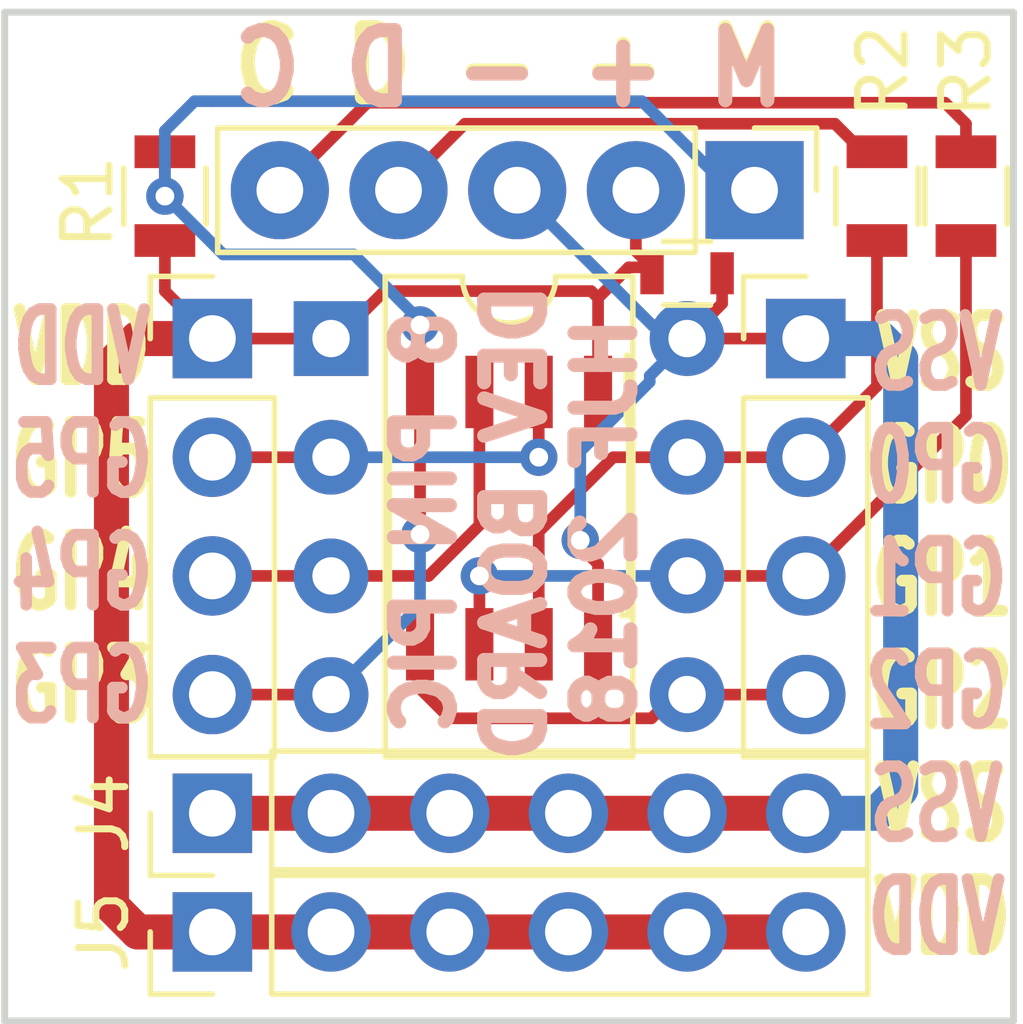
<source format=kicad_pcb>
(kicad_pcb (version 20171130) (host pcbnew "(5.0.0)")

  (general
    (thickness 1.6)
    (drawings 11)
    (tracks 106)
    (zones 0)
    (modules 11)
    (nets 11)
  )

  (page A4)
  (layers
    (0 F.Cu signal)
    (31 B.Cu signal)
    (32 B.Adhes user hide)
    (33 F.Adhes user hide)
    (34 B.Paste user hide)
    (35 F.Paste user hide)
    (36 B.SilkS user)
    (37 F.SilkS user)
    (38 B.Mask user hide)
    (39 F.Mask user hide)
    (40 Dwgs.User user hide)
    (41 Cmts.User user hide)
    (42 Eco1.User user hide)
    (43 Eco2.User user hide)
    (44 Edge.Cuts user)
    (45 Margin user hide)
    (46 B.CrtYd user hide)
    (47 F.CrtYd user hide)
    (48 B.Fab user hide)
    (49 F.Fab user hide)
  )

  (setup
    (last_trace_width 0.25)
    (user_trace_width 0.5)
    (user_trace_width 0.75)
    (trace_clearance 0.2)
    (zone_clearance 0.508)
    (zone_45_only no)
    (trace_min 0.2)
    (segment_width 0.2)
    (edge_width 0.15)
    (via_size 0.8)
    (via_drill 0.4)
    (via_min_size 0.4)
    (via_min_drill 0.3)
    (uvia_size 0.3)
    (uvia_drill 0.1)
    (uvias_allowed no)
    (uvia_min_size 0.2)
    (uvia_min_drill 0.1)
    (pcb_text_width 0.3)
    (pcb_text_size 1.5 1.5)
    (mod_edge_width 0.15)
    (mod_text_size 1 1)
    (mod_text_width 0.15)
    (pad_size 2.1 2.1)
    (pad_drill 1)
    (pad_to_mask_clearance 0.2)
    (aux_axis_origin 0 0)
    (visible_elements FFFFFF7F)
    (pcbplotparams
      (layerselection 0x3ffff_ffffffff)
      (usegerberextensions false)
      (usegerberattributes false)
      (usegerberadvancedattributes false)
      (creategerberjobfile false)
      (excludeedgelayer true)
      (linewidth 0.100000)
      (plotframeref false)
      (viasonmask false)
      (mode 1)
      (useauxorigin false)
      (hpglpennumber 1)
      (hpglpenspeed 20)
      (hpglpendiameter 15.000000)
      (psnegative false)
      (psa4output false)
      (plotreference true)
      (plotvalue true)
      (plotinvisibletext false)
      (padsonsilk false)
      (subtractmaskfromsilk false)
      (outputformat 1)
      (mirror false)
      (drillshape 0)
      (scaleselection 1)
      (outputdirectory "GER/"))
  )

  (net 0 "")
  (net 1 VSS)
  (net 2 VDD)
  (net 3 PGC)
  (net 4 PGD)
  (net 5 MCLR)
  (net 6 "Net-(J2-Pad4)")
  (net 7 "Net-(J3-Pad2)")
  (net 8 "Net-(J3-Pad3)")
  (net 9 "Net-(J1-Pad5)")
  (net 10 "Net-(J1-Pad4)")

  (net_class Default "Esta es la clase de red por defecto."
    (clearance 0.2)
    (trace_width 0.25)
    (via_dia 0.8)
    (via_drill 0.4)
    (uvia_dia 0.3)
    (uvia_drill 0.1)
    (add_net MCLR)
    (add_net "Net-(J1-Pad4)")
    (add_net "Net-(J1-Pad5)")
    (add_net "Net-(J2-Pad4)")
    (add_net "Net-(J3-Pad2)")
    (add_net "Net-(J3-Pad3)")
    (add_net PGC)
    (add_net PGD)
    (add_net VDD)
    (add_net VSS)
  )

  (module Pin_Headers:Pin_Header_Straight_1x05_Pitch2.54mm (layer F.Cu) (tedit 5BCBEBF8) (tstamp 5BCBCB50)
    (at 106.219001 36.83 270)
    (descr "Through hole straight pin header, 1x05, 2.54mm pitch, single row")
    (tags "Through hole pin header THT 1x05 2.54mm single row")
    (path /5BCBF81A)
    (fp_text reference J1 (at -3.175 -8.080999 270) (layer F.SilkS) hide
      (effects (font (size 1 1) (thickness 0.15)))
    )
    (fp_text value Conn_01x05_Female (at 0 12.49 270) (layer F.Fab)
      (effects (font (size 1 1) (thickness 0.15)))
    )
    (fp_text user %R (at 0 5.08) (layer F.Fab)
      (effects (font (size 1 1) (thickness 0.15)))
    )
    (fp_line (start 1.8 -1.8) (end -1.8 -1.8) (layer F.CrtYd) (width 0.05))
    (fp_line (start 1.8 11.95) (end 1.8 -1.8) (layer F.CrtYd) (width 0.05))
    (fp_line (start -1.8 11.95) (end 1.8 11.95) (layer F.CrtYd) (width 0.05))
    (fp_line (start -1.8 -1.8) (end -1.8 11.95) (layer F.CrtYd) (width 0.05))
    (fp_line (start -1.33 -1.33) (end 0 -1.33) (layer F.SilkS) (width 0.12))
    (fp_line (start -1.33 0) (end -1.33 -1.33) (layer F.SilkS) (width 0.12))
    (fp_line (start -1.33 1.27) (end 1.33 1.27) (layer F.SilkS) (width 0.12))
    (fp_line (start 1.33 1.27) (end 1.33 11.49) (layer F.SilkS) (width 0.12))
    (fp_line (start -1.33 1.27) (end -1.33 11.49) (layer F.SilkS) (width 0.12))
    (fp_line (start -1.33 11.49) (end 1.33 11.49) (layer F.SilkS) (width 0.12))
    (fp_line (start -1.27 -0.635) (end -0.635 -1.27) (layer F.Fab) (width 0.1))
    (fp_line (start -1.27 11.43) (end -1.27 -0.635) (layer F.Fab) (width 0.1))
    (fp_line (start 1.27 11.43) (end -1.27 11.43) (layer F.Fab) (width 0.1))
    (fp_line (start 1.27 -1.27) (end 1.27 11.43) (layer F.Fab) (width 0.1))
    (fp_line (start -0.635 -1.27) (end 1.27 -1.27) (layer F.Fab) (width 0.1))
    (pad 5 thru_hole oval (at 0 10.16 270) (size 2.1 2.1) (drill 1) (layers *.Cu *.Mask)
      (net 9 "Net-(J1-Pad5)"))
    (pad 4 thru_hole oval (at 0 7.62 270) (size 2.1 2.1) (drill 1) (layers *.Cu *.Mask)
      (net 10 "Net-(J1-Pad4)"))
    (pad 3 thru_hole oval (at 0 5.08 270) (size 2.1 2.1) (drill 1) (layers *.Cu *.Mask)
      (net 1 VSS))
    (pad 2 thru_hole oval (at 0 2.54 270) (size 2.1 2.1) (drill 1) (layers *.Cu *.Mask)
      (net 2 VDD))
    (pad 1 thru_hole rect (at 0 0 270) (size 2.1 2.1) (drill 1) (layers *.Cu *.Mask)
      (net 5 MCLR))
    (model ${KISYS3DMOD}/Pin_Headers.3dshapes/Pin_Header_Straight_1x05_Pitch2.54mm.wrl
      (at (xyz 0 0 0))
      (scale (xyz 1 1 1))
      (rotate (xyz 0 0 0))
    )
  )

  (module Housings_SOIC:SOIC-8_3.9x4.9mm_Pitch1.27mm (layer F.Cu) (tedit 5BCBEC24) (tstamp 5BCBC484)
    (at 100.965 43.848 270)
    (descr "8-Lead Plastic Small Outline (SN) - Narrow, 3.90 mm Body [SOIC] (see Microchip Packaging Specification 00000049BS.pdf)")
    (tags "SOIC 1.27")
    (path /5BCBD18E)
    (attr smd)
    (fp_text reference U1 (at 0 -3.5 270) (layer F.SilkS) hide
      (effects (font (size 1 1) (thickness 0.15)))
    )
    (fp_text value PIC12F675-IMC (at 0 3.5 270) (layer F.Fab)
      (effects (font (size 1 1) (thickness 0.15)))
    )
    (fp_line (start -2.075 -2.525) (end -3.475 -2.525) (layer F.SilkS) (width 0.15))
    (fp_line (start -2.075 2.575) (end 2.075 2.575) (layer F.SilkS) (width 0.15))
    (fp_line (start -2.075 -2.575) (end 2.075 -2.575) (layer F.SilkS) (width 0.15))
    (fp_line (start -2.075 2.575) (end -2.075 2.43) (layer F.SilkS) (width 0.15))
    (fp_line (start 2.075 2.575) (end 2.075 2.43) (layer F.SilkS) (width 0.15))
    (fp_line (start 2.075 -2.575) (end 2.075 -2.43) (layer F.SilkS) (width 0.15))
    (fp_line (start -2.075 -2.575) (end -2.075 -2.525) (layer F.SilkS) (width 0.15))
    (fp_line (start -3.73 2.7) (end 3.73 2.7) (layer F.CrtYd) (width 0.05))
    (fp_line (start -3.73 -2.7) (end 3.73 -2.7) (layer F.CrtYd) (width 0.05))
    (fp_line (start 3.73 -2.7) (end 3.73 2.7) (layer F.CrtYd) (width 0.05))
    (fp_line (start -3.73 -2.7) (end -3.73 2.7) (layer F.CrtYd) (width 0.05))
    (fp_line (start -1.95 -1.45) (end -0.95 -2.45) (layer F.Fab) (width 0.1))
    (fp_line (start -1.95 2.45) (end -1.95 -1.45) (layer F.Fab) (width 0.1))
    (fp_line (start 1.95 2.45) (end -1.95 2.45) (layer F.Fab) (width 0.1))
    (fp_line (start 1.95 -2.45) (end 1.95 2.45) (layer F.Fab) (width 0.1))
    (fp_line (start -0.95 -2.45) (end 1.95 -2.45) (layer F.Fab) (width 0.1))
    (fp_text user %R (at 0 0 270) (layer F.Fab)
      (effects (font (size 1 1) (thickness 0.15)))
    )
    (pad 8 smd rect (at 2.7 -1.905 270) (size 1.55 0.6) (layers F.Cu F.Paste F.Mask)
      (net 1 VSS))
    (pad 7 smd rect (at 2.7 -0.635 270) (size 1.55 0.6) (layers F.Cu F.Paste F.Mask)
      (net 4 PGD))
    (pad 6 smd rect (at 2.7 0.635 270) (size 1.55 0.6) (layers F.Cu F.Paste F.Mask)
      (net 3 PGC))
    (pad 5 smd rect (at 2.7 1.905 270) (size 1.55 0.6) (layers F.Cu F.Paste F.Mask)
      (net 6 "Net-(J2-Pad4)"))
    (pad 4 smd rect (at -2.7 1.905 270) (size 1.55 0.6) (layers F.Cu F.Paste F.Mask)
      (net 5 MCLR))
    (pad 3 smd rect (at -2.7 0.635 270) (size 1.55 0.6) (layers F.Cu F.Paste F.Mask)
      (net 8 "Net-(J3-Pad3)"))
    (pad 2 smd rect (at -2.7 -0.635 270) (size 1.55 0.6) (layers F.Cu F.Paste F.Mask)
      (net 7 "Net-(J3-Pad2)"))
    (pad 1 smd rect (at -2.7 -1.905 270) (size 1.55 0.6) (layers F.Cu F.Paste F.Mask)
      (net 2 VDD))
    (model ${KISYS3DMOD}/Housings_SOIC.3dshapes/SOIC-8_3.9x4.9mm_Pitch1.27mm.wrl
      (at (xyz 0 0 0))
      (scale (xyz 1 1 1))
      (rotate (xyz 0 0 0))
    )
  )

  (module Housings_DIP:DIP-8_W7.62mm (layer F.Cu) (tedit 5BCBEC1A) (tstamp 5BCBD679)
    (at 97.155 40.005)
    (descr "8-lead though-hole mounted DIP package, row spacing 7.62 mm (300 mils)")
    (tags "THT DIP DIL PDIP 2.54mm 7.62mm 300mil")
    (path /5BCBD5C9)
    (fp_text reference U2 (at 3.81 -2.33) (layer F.SilkS) hide
      (effects (font (size 1 1) (thickness 0.15)))
    )
    (fp_text value PIC12F675-IMC (at 3.81 9.95) (layer F.Fab)
      (effects (font (size 1 1) (thickness 0.15)))
    )
    (fp_text user %R (at 3.81 3.81) (layer F.Fab)
      (effects (font (size 1 1) (thickness 0.15)))
    )
    (fp_line (start 8.7 -1.55) (end -1.1 -1.55) (layer F.CrtYd) (width 0.05))
    (fp_line (start 8.7 9.15) (end 8.7 -1.55) (layer F.CrtYd) (width 0.05))
    (fp_line (start -1.1 9.15) (end 8.7 9.15) (layer F.CrtYd) (width 0.05))
    (fp_line (start -1.1 -1.55) (end -1.1 9.15) (layer F.CrtYd) (width 0.05))
    (fp_line (start 6.46 -1.33) (end 4.81 -1.33) (layer F.SilkS) (width 0.12))
    (fp_line (start 6.46 8.95) (end 6.46 -1.33) (layer F.SilkS) (width 0.12))
    (fp_line (start 1.16 8.95) (end 6.46 8.95) (layer F.SilkS) (width 0.12))
    (fp_line (start 1.16 -1.33) (end 1.16 8.95) (layer F.SilkS) (width 0.12))
    (fp_line (start 2.81 -1.33) (end 1.16 -1.33) (layer F.SilkS) (width 0.12))
    (fp_line (start 0.635 -0.27) (end 1.635 -1.27) (layer F.Fab) (width 0.1))
    (fp_line (start 0.635 8.89) (end 0.635 -0.27) (layer F.Fab) (width 0.1))
    (fp_line (start 6.985 8.89) (end 0.635 8.89) (layer F.Fab) (width 0.1))
    (fp_line (start 6.985 -1.27) (end 6.985 8.89) (layer F.Fab) (width 0.1))
    (fp_line (start 1.635 -1.27) (end 6.985 -1.27) (layer F.Fab) (width 0.1))
    (fp_arc (start 3.81 -1.33) (end 2.81 -1.33) (angle -180) (layer F.SilkS) (width 0.12))
    (pad 8 thru_hole oval (at 7.62 0) (size 1.6 1.6) (drill 0.8) (layers *.Cu *.Mask)
      (net 1 VSS))
    (pad 4 thru_hole oval (at 0 7.62) (size 1.6 1.6) (drill 0.8) (layers *.Cu *.Mask)
      (net 5 MCLR))
    (pad 7 thru_hole oval (at 7.62 2.54) (size 1.6 1.6) (drill 0.8) (layers *.Cu *.Mask)
      (net 4 PGD))
    (pad 3 thru_hole oval (at 0 5.08) (size 1.6 1.6) (drill 0.8) (layers *.Cu *.Mask)
      (net 8 "Net-(J3-Pad3)"))
    (pad 6 thru_hole oval (at 7.62 5.08) (size 1.6 1.6) (drill 0.8) (layers *.Cu *.Mask)
      (net 3 PGC))
    (pad 2 thru_hole oval (at 0 2.54) (size 1.6 1.6) (drill 0.8) (layers *.Cu *.Mask)
      (net 7 "Net-(J3-Pad2)"))
    (pad 5 thru_hole oval (at 7.62 7.62) (size 1.6 1.6) (drill 0.8) (layers *.Cu *.Mask)
      (net 6 "Net-(J2-Pad4)"))
    (pad 1 thru_hole rect (at 0 0) (size 1.6 1.6) (drill 0.8) (layers *.Cu *.Mask)
      (net 2 VDD))
    (model ${KISYS3DMOD}/Housings_DIP.3dshapes/DIP-8_W7.62mm.wrl
      (at (xyz 0 0 0))
      (scale (xyz 1 1 1))
      (rotate (xyz 0 0 0))
    )
  )

  (module Resistors_SMD:R_0603 (layer F.Cu) (tedit 5BCBEC1E) (tstamp 5BCBCB37)
    (at 104.775 38.608)
    (descr "Resistor SMD 0603, reflow soldering, Vishay (see dcrcw.pdf)")
    (tags "resistor 0603")
    (path /5BCBD245)
    (attr smd)
    (fp_text reference C1 (at 0 -1.45) (layer F.SilkS) hide
      (effects (font (size 1 1) (thickness 0.15)))
    )
    (fp_text value C (at 0 1.5) (layer F.Fab)
      (effects (font (size 1 1) (thickness 0.15)))
    )
    (fp_line (start 1.25 0.7) (end -1.25 0.7) (layer F.CrtYd) (width 0.05))
    (fp_line (start 1.25 0.7) (end 1.25 -0.7) (layer F.CrtYd) (width 0.05))
    (fp_line (start -1.25 -0.7) (end -1.25 0.7) (layer F.CrtYd) (width 0.05))
    (fp_line (start -1.25 -0.7) (end 1.25 -0.7) (layer F.CrtYd) (width 0.05))
    (fp_line (start -0.5 -0.68) (end 0.5 -0.68) (layer F.SilkS) (width 0.12))
    (fp_line (start 0.5 0.68) (end -0.5 0.68) (layer F.SilkS) (width 0.12))
    (fp_line (start -0.8 -0.4) (end 0.8 -0.4) (layer F.Fab) (width 0.1))
    (fp_line (start 0.8 -0.4) (end 0.8 0.4) (layer F.Fab) (width 0.1))
    (fp_line (start 0.8 0.4) (end -0.8 0.4) (layer F.Fab) (width 0.1))
    (fp_line (start -0.8 0.4) (end -0.8 -0.4) (layer F.Fab) (width 0.1))
    (fp_text user %R (at 0 0) (layer F.Fab)
      (effects (font (size 0.4 0.4) (thickness 0.075)))
    )
    (pad 2 smd rect (at 0.75 0) (size 0.5 0.9) (layers F.Cu F.Paste F.Mask)
      (net 1 VSS))
    (pad 1 smd rect (at -0.75 0) (size 0.5 0.9) (layers F.Cu F.Paste F.Mask)
      (net 2 VDD))
    (model ${KISYS3DMOD}/Resistors_SMD.3dshapes/R_0603.wrl
      (at (xyz 0 0 0))
      (scale (xyz 1 1 1))
      (rotate (xyz 0 0 0))
    )
  )

  (module Pin_Headers:Pin_Header_Straight_1x04_Pitch2.54mm (layer F.Cu) (tedit 5BCBEBFC) (tstamp 5BCBD0E1)
    (at 107.315 40.005)
    (descr "Through hole straight pin header, 1x04, 2.54mm pitch, single row")
    (tags "Through hole pin header THT 1x04 2.54mm single row")
    (path /5BCC1937)
    (fp_text reference J2 (at 0 -2.33) (layer F.SilkS) hide
      (effects (font (size 1 1) (thickness 0.15)))
    )
    (fp_text value Conn_01x04_Male (at 0 9.95) (layer F.Fab)
      (effects (font (size 1 1) (thickness 0.15)))
    )
    (fp_line (start -0.635 -1.27) (end 1.27 -1.27) (layer F.Fab) (width 0.1))
    (fp_line (start 1.27 -1.27) (end 1.27 8.89) (layer F.Fab) (width 0.1))
    (fp_line (start 1.27 8.89) (end -1.27 8.89) (layer F.Fab) (width 0.1))
    (fp_line (start -1.27 8.89) (end -1.27 -0.635) (layer F.Fab) (width 0.1))
    (fp_line (start -1.27 -0.635) (end -0.635 -1.27) (layer F.Fab) (width 0.1))
    (fp_line (start -1.33 8.95) (end 1.33 8.95) (layer F.SilkS) (width 0.12))
    (fp_line (start -1.33 1.27) (end -1.33 8.95) (layer F.SilkS) (width 0.12))
    (fp_line (start 1.33 1.27) (end 1.33 8.95) (layer F.SilkS) (width 0.12))
    (fp_line (start -1.33 1.27) (end 1.33 1.27) (layer F.SilkS) (width 0.12))
    (fp_line (start -1.33 0) (end -1.33 -1.33) (layer F.SilkS) (width 0.12))
    (fp_line (start -1.33 -1.33) (end 0 -1.33) (layer F.SilkS) (width 0.12))
    (fp_line (start -1.8 -1.8) (end -1.8 9.4) (layer F.CrtYd) (width 0.05))
    (fp_line (start -1.8 9.4) (end 1.8 9.4) (layer F.CrtYd) (width 0.05))
    (fp_line (start 1.8 9.4) (end 1.8 -1.8) (layer F.CrtYd) (width 0.05))
    (fp_line (start 1.8 -1.8) (end -1.8 -1.8) (layer F.CrtYd) (width 0.05))
    (fp_text user %R (at 0 3.81 90) (layer F.Fab)
      (effects (font (size 1 1) (thickness 0.15)))
    )
    (pad 1 thru_hole rect (at 0 0) (size 1.7 1.7) (drill 1) (layers *.Cu *.Mask)
      (net 1 VSS))
    (pad 2 thru_hole oval (at 0 2.54) (size 1.7 1.7) (drill 1) (layers *.Cu *.Mask)
      (net 4 PGD))
    (pad 3 thru_hole oval (at 0 5.08) (size 1.7 1.7) (drill 1) (layers *.Cu *.Mask)
      (net 3 PGC))
    (pad 4 thru_hole oval (at 0 7.62) (size 1.7 1.7) (drill 1) (layers *.Cu *.Mask)
      (net 6 "Net-(J2-Pad4)"))
    (model ${KISYS3DMOD}/Pin_Headers.3dshapes/Pin_Header_Straight_1x04_Pitch2.54mm.wrl
      (at (xyz 0 0 0))
      (scale (xyz 1 1 1))
      (rotate (xyz 0 0 0))
    )
  )

  (module Pin_Headers:Pin_Header_Straight_1x04_Pitch2.54mm (layer F.Cu) (tedit 5BCBEC2C) (tstamp 5BCBD7A0)
    (at 94.615 40.005)
    (descr "Through hole straight pin header, 1x04, 2.54mm pitch, single row")
    (tags "Through hole pin header THT 1x04 2.54mm single row")
    (path /5BCC1829)
    (fp_text reference J3 (at 0 -2.33) (layer F.SilkS) hide
      (effects (font (size 1 1) (thickness 0.15)))
    )
    (fp_text value Conn_01x04_Male (at 0 9.95) (layer F.Fab)
      (effects (font (size 1 1) (thickness 0.15)))
    )
    (fp_text user %R (at 0 3.81 90) (layer F.Fab)
      (effects (font (size 1 1) (thickness 0.15)))
    )
    (fp_line (start 1.8 -1.8) (end -1.8 -1.8) (layer F.CrtYd) (width 0.05))
    (fp_line (start 1.8 9.4) (end 1.8 -1.8) (layer F.CrtYd) (width 0.05))
    (fp_line (start -1.8 9.4) (end 1.8 9.4) (layer F.CrtYd) (width 0.05))
    (fp_line (start -1.8 -1.8) (end -1.8 9.4) (layer F.CrtYd) (width 0.05))
    (fp_line (start -1.33 -1.33) (end 0 -1.33) (layer F.SilkS) (width 0.12))
    (fp_line (start -1.33 0) (end -1.33 -1.33) (layer F.SilkS) (width 0.12))
    (fp_line (start -1.33 1.27) (end 1.33 1.27) (layer F.SilkS) (width 0.12))
    (fp_line (start 1.33 1.27) (end 1.33 8.95) (layer F.SilkS) (width 0.12))
    (fp_line (start -1.33 1.27) (end -1.33 8.95) (layer F.SilkS) (width 0.12))
    (fp_line (start -1.33 8.95) (end 1.33 8.95) (layer F.SilkS) (width 0.12))
    (fp_line (start -1.27 -0.635) (end -0.635 -1.27) (layer F.Fab) (width 0.1))
    (fp_line (start -1.27 8.89) (end -1.27 -0.635) (layer F.Fab) (width 0.1))
    (fp_line (start 1.27 8.89) (end -1.27 8.89) (layer F.Fab) (width 0.1))
    (fp_line (start 1.27 -1.27) (end 1.27 8.89) (layer F.Fab) (width 0.1))
    (fp_line (start -0.635 -1.27) (end 1.27 -1.27) (layer F.Fab) (width 0.1))
    (pad 4 thru_hole oval (at 0 7.62) (size 1.7 1.7) (drill 1) (layers *.Cu *.Mask)
      (net 5 MCLR))
    (pad 3 thru_hole oval (at 0 5.08) (size 1.7 1.7) (drill 1) (layers *.Cu *.Mask)
      (net 8 "Net-(J3-Pad3)"))
    (pad 2 thru_hole oval (at 0 2.54) (size 1.7 1.7) (drill 1) (layers *.Cu *.Mask)
      (net 7 "Net-(J3-Pad2)"))
    (pad 1 thru_hole rect (at 0 0) (size 1.7 1.7) (drill 1) (layers *.Cu *.Mask)
      (net 2 VDD))
    (model ${KISYS3DMOD}/Pin_Headers.3dshapes/Pin_Header_Straight_1x04_Pitch2.54mm.wrl
      (at (xyz 0 0 0))
      (scale (xyz 1 1 1))
      (rotate (xyz 0 0 0))
    )
  )

  (module Pin_Headers:Pin_Header_Straight_1x06_Pitch2.54mm (layer F.Cu) (tedit 59650532) (tstamp 5BCBDBF5)
    (at 94.615 50.165 90)
    (descr "Through hole straight pin header, 1x06, 2.54mm pitch, single row")
    (tags "Through hole pin header THT 1x06 2.54mm single row")
    (path /5BCCE515)
    (fp_text reference J4 (at 0 -2.33 90) (layer F.SilkS)
      (effects (font (size 1 1) (thickness 0.15)))
    )
    (fp_text value Conn_01x06_Female (at 0 15.03 90) (layer F.Fab)
      (effects (font (size 1 1) (thickness 0.15)))
    )
    (fp_text user %R (at 0 6.35 180) (layer F.Fab)
      (effects (font (size 1 1) (thickness 0.15)))
    )
    (fp_line (start 1.8 -1.8) (end -1.8 -1.8) (layer F.CrtYd) (width 0.05))
    (fp_line (start 1.8 14.5) (end 1.8 -1.8) (layer F.CrtYd) (width 0.05))
    (fp_line (start -1.8 14.5) (end 1.8 14.5) (layer F.CrtYd) (width 0.05))
    (fp_line (start -1.8 -1.8) (end -1.8 14.5) (layer F.CrtYd) (width 0.05))
    (fp_line (start -1.33 -1.33) (end 0 -1.33) (layer F.SilkS) (width 0.12))
    (fp_line (start -1.33 0) (end -1.33 -1.33) (layer F.SilkS) (width 0.12))
    (fp_line (start -1.33 1.27) (end 1.33 1.27) (layer F.SilkS) (width 0.12))
    (fp_line (start 1.33 1.27) (end 1.33 14.03) (layer F.SilkS) (width 0.12))
    (fp_line (start -1.33 1.27) (end -1.33 14.03) (layer F.SilkS) (width 0.12))
    (fp_line (start -1.33 14.03) (end 1.33 14.03) (layer F.SilkS) (width 0.12))
    (fp_line (start -1.27 -0.635) (end -0.635 -1.27) (layer F.Fab) (width 0.1))
    (fp_line (start -1.27 13.97) (end -1.27 -0.635) (layer F.Fab) (width 0.1))
    (fp_line (start 1.27 13.97) (end -1.27 13.97) (layer F.Fab) (width 0.1))
    (fp_line (start 1.27 -1.27) (end 1.27 13.97) (layer F.Fab) (width 0.1))
    (fp_line (start -0.635 -1.27) (end 1.27 -1.27) (layer F.Fab) (width 0.1))
    (pad 6 thru_hole oval (at 0 12.7 90) (size 1.7 1.7) (drill 1) (layers *.Cu *.Mask)
      (net 1 VSS))
    (pad 5 thru_hole oval (at 0 10.16 90) (size 1.7 1.7) (drill 1) (layers *.Cu *.Mask)
      (net 1 VSS))
    (pad 4 thru_hole oval (at 0 7.62 90) (size 1.7 1.7) (drill 1) (layers *.Cu *.Mask)
      (net 1 VSS))
    (pad 3 thru_hole oval (at 0 5.08 90) (size 1.7 1.7) (drill 1) (layers *.Cu *.Mask)
      (net 1 VSS))
    (pad 2 thru_hole oval (at 0 2.54 90) (size 1.7 1.7) (drill 1) (layers *.Cu *.Mask)
      (net 1 VSS))
    (pad 1 thru_hole rect (at 0 0 90) (size 1.7 1.7) (drill 1) (layers *.Cu *.Mask)
      (net 1 VSS))
    (model ${KISYS3DMOD}/Pin_Headers.3dshapes/Pin_Header_Straight_1x06_Pitch2.54mm.wrl
      (at (xyz 0 0 0))
      (scale (xyz 1 1 1))
      (rotate (xyz 0 0 0))
    )
  )

  (module Pin_Headers:Pin_Header_Straight_1x06_Pitch2.54mm (layer F.Cu) (tedit 59650532) (tstamp 5BCBE092)
    (at 94.615 52.705 90)
    (descr "Through hole straight pin header, 1x06, 2.54mm pitch, single row")
    (tags "Through hole pin header THT 1x06 2.54mm single row")
    (path /5BCD38A1)
    (fp_text reference J5 (at 0 -2.33 90) (layer F.SilkS)
      (effects (font (size 1 1) (thickness 0.15)))
    )
    (fp_text value Conn_01x06_Female (at 0 15.03 90) (layer F.Fab)
      (effects (font (size 1 1) (thickness 0.15)))
    )
    (fp_text user %R (at 0 6.35 180) (layer F.Fab)
      (effects (font (size 1 1) (thickness 0.15)))
    )
    (fp_line (start 1.8 -1.8) (end -1.8 -1.8) (layer F.CrtYd) (width 0.05))
    (fp_line (start 1.8 14.5) (end 1.8 -1.8) (layer F.CrtYd) (width 0.05))
    (fp_line (start -1.8 14.5) (end 1.8 14.5) (layer F.CrtYd) (width 0.05))
    (fp_line (start -1.8 -1.8) (end -1.8 14.5) (layer F.CrtYd) (width 0.05))
    (fp_line (start -1.33 -1.33) (end 0 -1.33) (layer F.SilkS) (width 0.12))
    (fp_line (start -1.33 0) (end -1.33 -1.33) (layer F.SilkS) (width 0.12))
    (fp_line (start -1.33 1.27) (end 1.33 1.27) (layer F.SilkS) (width 0.12))
    (fp_line (start 1.33 1.27) (end 1.33 14.03) (layer F.SilkS) (width 0.12))
    (fp_line (start -1.33 1.27) (end -1.33 14.03) (layer F.SilkS) (width 0.12))
    (fp_line (start -1.33 14.03) (end 1.33 14.03) (layer F.SilkS) (width 0.12))
    (fp_line (start -1.27 -0.635) (end -0.635 -1.27) (layer F.Fab) (width 0.1))
    (fp_line (start -1.27 13.97) (end -1.27 -0.635) (layer F.Fab) (width 0.1))
    (fp_line (start 1.27 13.97) (end -1.27 13.97) (layer F.Fab) (width 0.1))
    (fp_line (start 1.27 -1.27) (end 1.27 13.97) (layer F.Fab) (width 0.1))
    (fp_line (start -0.635 -1.27) (end 1.27 -1.27) (layer F.Fab) (width 0.1))
    (pad 6 thru_hole oval (at 0 12.7 90) (size 1.7 1.7) (drill 1) (layers *.Cu *.Mask)
      (net 2 VDD))
    (pad 5 thru_hole oval (at 0 10.16 90) (size 1.7 1.7) (drill 1) (layers *.Cu *.Mask)
      (net 2 VDD))
    (pad 4 thru_hole oval (at 0 7.62 90) (size 1.7 1.7) (drill 1) (layers *.Cu *.Mask)
      (net 2 VDD))
    (pad 3 thru_hole oval (at 0 5.08 90) (size 1.7 1.7) (drill 1) (layers *.Cu *.Mask)
      (net 2 VDD))
    (pad 2 thru_hole oval (at 0 2.54 90) (size 1.7 1.7) (drill 1) (layers *.Cu *.Mask)
      (net 2 VDD))
    (pad 1 thru_hole rect (at 0 0 90) (size 1.7 1.7) (drill 1) (layers *.Cu *.Mask)
      (net 2 VDD))
    (model ${KISYS3DMOD}/Pin_Headers.3dshapes/Pin_Header_Straight_1x06_Pitch2.54mm.wrl
      (at (xyz 0 0 0))
      (scale (xyz 1 1 1))
      (rotate (xyz 0 0 0))
    )
  )

  (module Resistors_SMD:R_0805 (layer F.Cu) (tedit 5BCBE99C) (tstamp 5BCBE0A3)
    (at 93.599 36.957 270)
    (descr "Resistor SMD 0805, reflow soldering, Vishay (see dcrcw.pdf)")
    (tags "resistor 0805")
    (path /5BCDCC36)
    (attr smd)
    (fp_text reference R1 (at 0.127 1.651 270) (layer F.SilkS)
      (effects (font (size 1 1) (thickness 0.15)))
    )
    (fp_text value R (at 0 1.75 270) (layer F.Fab)
      (effects (font (size 1 1) (thickness 0.15)))
    )
    (fp_line (start 1.55 0.9) (end -1.55 0.9) (layer F.CrtYd) (width 0.05))
    (fp_line (start 1.55 0.9) (end 1.55 -0.9) (layer F.CrtYd) (width 0.05))
    (fp_line (start -1.55 -0.9) (end -1.55 0.9) (layer F.CrtYd) (width 0.05))
    (fp_line (start -1.55 -0.9) (end 1.55 -0.9) (layer F.CrtYd) (width 0.05))
    (fp_line (start -0.6 -0.88) (end 0.6 -0.88) (layer F.SilkS) (width 0.12))
    (fp_line (start 0.6 0.88) (end -0.6 0.88) (layer F.SilkS) (width 0.12))
    (fp_line (start -1 -0.62) (end 1 -0.62) (layer F.Fab) (width 0.1))
    (fp_line (start 1 -0.62) (end 1 0.62) (layer F.Fab) (width 0.1))
    (fp_line (start 1 0.62) (end -1 0.62) (layer F.Fab) (width 0.1))
    (fp_line (start -1 0.62) (end -1 -0.62) (layer F.Fab) (width 0.1))
    (fp_text user %R (at 0 0 270) (layer F.Fab)
      (effects (font (size 0.5 0.5) (thickness 0.075)))
    )
    (pad 2 smd rect (at 0.95 0 270) (size 0.7 1.3) (layers F.Cu F.Paste F.Mask)
      (net 2 VDD))
    (pad 1 smd rect (at -0.95 0 270) (size 0.7 1.3) (layers F.Cu F.Paste F.Mask)
      (net 5 MCLR))
    (model ${KISYS3DMOD}/Resistors_SMD.3dshapes/R_0805.wrl
      (at (xyz 0 0 0))
      (scale (xyz 1 1 1))
      (rotate (xyz 0 0 0))
    )
  )

  (module Resistors_SMD:R_0805 (layer F.Cu) (tedit 58E0A804) (tstamp 5BCBE22B)
    (at 108.839 36.957 270)
    (descr "Resistor SMD 0805, reflow soldering, Vishay (see dcrcw.pdf)")
    (tags "resistor 0805")
    (path /5BCDCC12)
    (attr smd)
    (fp_text reference R2 (at -2.667 -0.127 270) (layer F.SilkS)
      (effects (font (size 1 1) (thickness 0.15)))
    )
    (fp_text value R (at 0 1.75 270) (layer F.Fab)
      (effects (font (size 1 1) (thickness 0.15)))
    )
    (fp_text user %R (at 0 0 270) (layer F.Fab)
      (effects (font (size 0.5 0.5) (thickness 0.075)))
    )
    (fp_line (start -1 0.62) (end -1 -0.62) (layer F.Fab) (width 0.1))
    (fp_line (start 1 0.62) (end -1 0.62) (layer F.Fab) (width 0.1))
    (fp_line (start 1 -0.62) (end 1 0.62) (layer F.Fab) (width 0.1))
    (fp_line (start -1 -0.62) (end 1 -0.62) (layer F.Fab) (width 0.1))
    (fp_line (start 0.6 0.88) (end -0.6 0.88) (layer F.SilkS) (width 0.12))
    (fp_line (start -0.6 -0.88) (end 0.6 -0.88) (layer F.SilkS) (width 0.12))
    (fp_line (start -1.55 -0.9) (end 1.55 -0.9) (layer F.CrtYd) (width 0.05))
    (fp_line (start -1.55 -0.9) (end -1.55 0.9) (layer F.CrtYd) (width 0.05))
    (fp_line (start 1.55 0.9) (end 1.55 -0.9) (layer F.CrtYd) (width 0.05))
    (fp_line (start 1.55 0.9) (end -1.55 0.9) (layer F.CrtYd) (width 0.05))
    (pad 1 smd rect (at -0.95 0 270) (size 0.7 1.3) (layers F.Cu F.Paste F.Mask)
      (net 10 "Net-(J1-Pad4)"))
    (pad 2 smd rect (at 0.95 0 270) (size 0.7 1.3) (layers F.Cu F.Paste F.Mask)
      (net 4 PGD))
    (model ${KISYS3DMOD}/Resistors_SMD.3dshapes/R_0805.wrl
      (at (xyz 0 0 0))
      (scale (xyz 1 1 1))
      (rotate (xyz 0 0 0))
    )
  )

  (module Resistors_SMD:R_0805 (layer F.Cu) (tedit 58E0A804) (tstamp 5BCBE0C5)
    (at 110.744 36.957 270)
    (descr "Resistor SMD 0805, reflow soldering, Vishay (see dcrcw.pdf)")
    (tags "resistor 0805")
    (path /5BCDCB5D)
    (attr smd)
    (fp_text reference R3 (at -2.667 0 270) (layer F.SilkS)
      (effects (font (size 1 1) (thickness 0.15)))
    )
    (fp_text value R (at 0 1.75 270) (layer F.Fab)
      (effects (font (size 1 1) (thickness 0.15)))
    )
    (fp_line (start 1.55 0.9) (end -1.55 0.9) (layer F.CrtYd) (width 0.05))
    (fp_line (start 1.55 0.9) (end 1.55 -0.9) (layer F.CrtYd) (width 0.05))
    (fp_line (start -1.55 -0.9) (end -1.55 0.9) (layer F.CrtYd) (width 0.05))
    (fp_line (start -1.55 -0.9) (end 1.55 -0.9) (layer F.CrtYd) (width 0.05))
    (fp_line (start -0.6 -0.88) (end 0.6 -0.88) (layer F.SilkS) (width 0.12))
    (fp_line (start 0.6 0.88) (end -0.6 0.88) (layer F.SilkS) (width 0.12))
    (fp_line (start -1 -0.62) (end 1 -0.62) (layer F.Fab) (width 0.1))
    (fp_line (start 1 -0.62) (end 1 0.62) (layer F.Fab) (width 0.1))
    (fp_line (start 1 0.62) (end -1 0.62) (layer F.Fab) (width 0.1))
    (fp_line (start -1 0.62) (end -1 -0.62) (layer F.Fab) (width 0.1))
    (fp_text user %R (at 0 0 270) (layer F.Fab)
      (effects (font (size 0.5 0.5) (thickness 0.075)))
    )
    (pad 2 smd rect (at 0.95 0 270) (size 0.7 1.3) (layers F.Cu F.Paste F.Mask)
      (net 3 PGC))
    (pad 1 smd rect (at -0.95 0 270) (size 0.7 1.3) (layers F.Cu F.Paste F.Mask)
      (net 9 "Net-(J1-Pad5)"))
    (model ${KISYS3DMOD}/Resistors_SMD.3dshapes/R_0805.wrl
      (at (xyz 0 0 0))
      (scale (xyz 1 1 1))
      (rotate (xyz 0 0 0))
    )
  )

  (gr_text "M + - D C\n\n" (at 100.965 35.433) (layer B.SilkS) (tstamp 5BCC0F29)
    (effects (font (size 1.5 1.35) (thickness 0.3)) (justify mirror))
  )
  (gr_text "VDD\nGP5\nGP4\nGP3" (at 91.821 43.815) (layer B.SilkS) (tstamp 5BCC0F25)
    (effects (font (size 1.5 1) (thickness 0.25)) (justify mirror))
  )
  (gr_text "VSS\nGP0\nGP1\nGP2\nVSS\nVDD\n" (at 110.109 46.355) (layer B.SilkS) (tstamp 5BCC0F1F)
    (effects (font (size 1.5 1) (thickness 0.25)) (justify mirror))
  )
  (gr_text "8 PIN PIC\nDEV BOARD\nHJF 2018" (at 101.092 43.942 90) (layer B.SilkS)
    (effects (font (size 1.2 1.2) (thickness 0.3)) (justify mirror))
  )
  (gr_line (start 90.17 54.61) (end 90.17 33.02) (layer Edge.Cuts) (width 0.15))
  (gr_line (start 111.76 54.61) (end 90.17 54.61) (layer Edge.Cuts) (width 0.15))
  (gr_line (start 111.76 33.02) (end 111.76 54.61) (layer Edge.Cuts) (width 0.15))
  (gr_line (start 90.17 33.02) (end 111.76 33.02) (layer Edge.Cuts) (width 0.15))
  (gr_text "C D - + M\n" (at 100.965 34.163) (layer F.SilkS)
    (effects (font (size 1.5 1.35) (thickness 0.3)))
  )
  (gr_text "VDD\nGP5\nGP4\nGP3" (at 91.821 43.815) (layer F.SilkS)
    (effects (font (size 1.5 1) (thickness 0.25)))
  )
  (gr_text "VSS\nGP0\nGP1\nGP2\nVSS\nVDD\n" (at 110.236 46.355) (layer F.SilkS)
    (effects (font (size 1.5 1) (thickness 0.25)))
  )

  (segment (start 103.975001 40.804999) (end 104.775 40.005) (width 0.25) (layer B.Cu) (net 1))
  (segment (start 103.975001 40.931999) (end 103.975001 40.804999) (width 0.25) (layer B.Cu) (net 1))
  (segment (start 102.489 44.323) (end 102.489 44.45) (width 0.25) (layer F.Cu) (net 1))
  (segment (start 102.489 44.45) (end 102.87 44.831) (width 0.25) (layer F.Cu) (net 1))
  (segment (start 102.87 44.831) (end 102.87 46.548) (width 0.25) (layer F.Cu) (net 1))
  (segment (start 102.489 42.418) (end 103.975001 40.931999) (width 0.25) (layer B.Cu) (net 1))
  (segment (start 102.489 44.323) (end 102.489 42.418) (width 0.25) (layer B.Cu) (net 1))
  (via (at 102.489 44.323) (size 0.8) (drill 0.4) (layers F.Cu B.Cu) (net 1))
  (segment (start 104.775 40.005) (end 107.315 40.005) (width 0.25) (layer F.Cu) (net 1))
  (segment (start 94.615 50.165) (end 97.155 50.165) (width 0.75) (layer F.Cu) (net 1))
  (segment (start 97.155 50.165) (end 99.695 50.165) (width 0.75) (layer F.Cu) (net 1))
  (segment (start 99.695 50.165) (end 102.235 50.165) (width 0.75) (layer F.Cu) (net 1))
  (segment (start 102.235 50.165) (end 104.775 50.165) (width 0.75) (layer F.Cu) (net 1))
  (segment (start 104.775 50.165) (end 107.315 50.165) (width 0.75) (layer F.Cu) (net 1))
  (segment (start 108.915 40.005) (end 109.347 40.437) (width 0.75) (layer B.Cu) (net 1))
  (segment (start 107.315 40.005) (end 108.915 40.005) (width 0.75) (layer B.Cu) (net 1))
  (segment (start 109.347 40.437) (end 109.347 49.657) (width 0.75) (layer B.Cu) (net 1))
  (segment (start 108.839 50.165) (end 107.315 50.165) (width 0.75) (layer B.Cu) (net 1))
  (segment (start 109.347 49.657) (end 108.839 50.165) (width 0.75) (layer B.Cu) (net 1))
  (segment (start 104.314001 40.005) (end 104.775 40.005) (width 0.25) (layer B.Cu) (net 1))
  (segment (start 101.139001 36.83) (end 104.314001 40.005) (width 0.25) (layer B.Cu) (net 1))
  (segment (start 105.525 39.255) (end 104.775 40.005) (width 0.25) (layer F.Cu) (net 1))
  (segment (start 105.525 38.481) (end 105.525 39.255) (width 0.25) (layer F.Cu) (net 1))
  (segment (start 103.64363 42.545) (end 104.775 42.545) (width 0.25) (layer F.Cu) (net 4))
  (segment (start 103.193998 42.545) (end 103.64363 42.545) (width 0.25) (layer F.Cu) (net 4))
  (segment (start 101.6 44.138998) (end 103.193998 42.545) (width 0.25) (layer F.Cu) (net 4))
  (segment (start 101.6 46.548) (end 101.6 44.138998) (width 0.25) (layer F.Cu) (net 4))
  (via (at 100.33 45.085) (size 0.8) (drill 0.4) (layers F.Cu B.Cu) (net 3))
  (segment (start 100.33 46.548) (end 100.33 45.085) (width 0.25) (layer F.Cu) (net 3))
  (segment (start 100.33 45.085) (end 104.775 45.085) (width 0.25) (layer B.Cu) (net 3))
  (segment (start 99.06 47.023) (end 99.06 46.548) (width 0.25) (layer F.Cu) (net 6))
  (segment (start 99.06 47.498) (end 99.06 47.023) (width 0.25) (layer F.Cu) (net 6))
  (segment (start 99.695 48.133) (end 99.06 47.498) (width 0.25) (layer F.Cu) (net 6))
  (segment (start 104.013 48.133) (end 99.695 48.133) (width 0.25) (layer F.Cu) (net 6))
  (segment (start 104.775 47.625) (end 104.521 47.625) (width 0.25) (layer F.Cu) (net 6))
  (segment (start 104.521 47.625) (end 104.013 48.133) (width 0.25) (layer F.Cu) (net 6))
  (segment (start 97.155 47.625) (end 97.954999 46.825001) (width 0.25) (layer B.Cu) (net 5))
  (segment (start 97.954999 46.825001) (end 99.06 45.72) (width 0.25) (layer B.Cu) (net 5))
  (segment (start 99.06 45.72) (end 99.06 44.196) (width 0.25) (layer B.Cu) (net 5))
  (via (at 99.06 44.196) (size 0.8) (drill 0.4) (layers F.Cu B.Cu) (net 5))
  (segment (start 99.06 44.196) (end 99.06 41.148) (width 0.25) (layer F.Cu) (net 5))
  (segment (start 100.33 43.999002) (end 100.33 41.148) (width 0.25) (layer F.Cu) (net 8))
  (segment (start 97.155 45.085) (end 99.244002 45.085) (width 0.25) (layer F.Cu) (net 8))
  (segment (start 99.244002 45.085) (end 100.33 43.999002) (width 0.25) (layer F.Cu) (net 8))
  (via (at 101.6 42.545) (size 0.8) (drill 0.4) (layers F.Cu B.Cu) (net 7))
  (segment (start 101.6 41.148) (end 101.6 42.545) (width 0.25) (layer F.Cu) (net 7))
  (segment (start 101.6 42.545) (end 97.155 42.545) (width 0.25) (layer B.Cu) (net 7))
  (segment (start 97.155 40.005) (end 97.409 40.005) (width 0.25) (layer F.Cu) (net 2))
  (segment (start 94.615 40.005) (end 97.155 40.005) (width 0.25) (layer F.Cu) (net 2))
  (segment (start 93.599 38.989) (end 94.615 40.005) (width 0.25) (layer F.Cu) (net 2))
  (segment (start 93.599 37.907) (end 93.599 38.989) (width 0.25) (layer F.Cu) (net 2))
  (segment (start 107.315 52.705) (end 104.775 52.705) (width 0.75) (layer F.Cu) (net 2))
  (segment (start 104.775 52.705) (end 102.235 52.705) (width 0.75) (layer F.Cu) (net 2))
  (segment (start 102.235 52.705) (end 99.695 52.705) (width 0.75) (layer F.Cu) (net 2))
  (segment (start 99.695 52.705) (end 97.155 52.705) (width 0.75) (layer F.Cu) (net 2))
  (segment (start 97.155 52.705) (end 94.615 52.705) (width 0.75) (layer F.Cu) (net 2))
  (segment (start 93.015 52.705) (end 92.456 52.146) (width 0.75) (layer F.Cu) (net 2))
  (segment (start 94.615 52.705) (end 93.015 52.705) (width 0.75) (layer F.Cu) (net 2))
  (segment (start 93.015 40.005) (end 94.615 40.005) (width 0.75) (layer F.Cu) (net 2))
  (segment (start 92.456 40.564) (end 93.015 40.005) (width 0.75) (layer F.Cu) (net 2))
  (segment (start 92.456 52.146) (end 92.456 40.564) (width 0.75) (layer F.Cu) (net 2))
  (segment (start 103.679001 38.135001) (end 104.025 38.481) (width 0.25) (layer F.Cu) (net 2))
  (segment (start 103.679001 36.83) (end 103.679001 38.135001) (width 0.25) (layer F.Cu) (net 2))
  (segment (start 102.87 40.123) (end 102.87 41.148) (width 0.25) (layer F.Cu) (net 2))
  (segment (start 102.87 39.136) (end 102.87 40.123) (width 0.25) (layer F.Cu) (net 2))
  (segment (start 103.525 38.481) (end 102.87 39.136) (width 0.25) (layer F.Cu) (net 2))
  (segment (start 104.025 38.481) (end 103.525 38.481) (width 0.25) (layer F.Cu) (net 2))
  (segment (start 102.723 38.989) (end 102.87 39.136) (width 0.25) (layer F.Cu) (net 2))
  (segment (start 98.298 38.989) (end 102.723 38.989) (width 0.25) (layer F.Cu) (net 2))
  (segment (start 97.282 40.005) (end 98.298 38.989) (width 0.25) (layer F.Cu) (net 2))
  (segment (start 97.155 40.005) (end 97.282 40.005) (width 0.25) (layer F.Cu) (net 2))
  (segment (start 106.112919 45.085) (end 104.775 45.085) (width 0.25) (layer F.Cu) (net 3))
  (segment (start 107.315 45.085) (end 106.112919 45.085) (width 0.25) (layer F.Cu) (net 3))
  (segment (start 110.744 41.656) (end 110.744 37.907) (width 0.25) (layer F.Cu) (net 3))
  (segment (start 107.315 45.085) (end 110.744 41.656) (width 0.25) (layer F.Cu) (net 3))
  (segment (start 104.775 42.545) (end 107.315 42.545) (width 0.25) (layer F.Cu) (net 4))
  (segment (start 108.839 41.021) (end 108.839 37.907) (width 0.25) (layer F.Cu) (net 4))
  (segment (start 107.315 42.545) (end 108.839 41.021) (width 0.25) (layer F.Cu) (net 4))
  (segment (start 96.02363 47.625) (end 94.615 47.625) (width 0.25) (layer F.Cu) (net 5))
  (segment (start 97.155 47.625) (end 96.02363 47.625) (width 0.25) (layer F.Cu) (net 5))
  (segment (start 105.714003 36.83) (end 103.809003 34.925) (width 0.25) (layer B.Cu) (net 5))
  (segment (start 106.219001 36.83) (end 105.714003 36.83) (width 0.25) (layer B.Cu) (net 5))
  (segment (start 103.809003 34.925) (end 94.615 34.925) (width 0.25) (layer B.Cu) (net 5))
  (segment (start 94.615 34.925) (end 94.234 34.925) (width 0.25) (layer B.Cu) (net 5))
  (segment (start 94.234 34.925) (end 93.599 35.56) (width 0.25) (layer B.Cu) (net 5))
  (via (at 93.599 36.957) (size 0.8) (drill 0.4) (layers F.Cu B.Cu) (net 5))
  (segment (start 93.599 35.56) (end 93.599 36.957) (width 0.25) (layer B.Cu) (net 5))
  (segment (start 93.599 36.957) (end 93.599 36.007) (width 0.25) (layer F.Cu) (net 5))
  (segment (start 94.847001 38.205001) (end 97.641001 38.205001) (width 0.25) (layer B.Cu) (net 5))
  (segment (start 93.599 36.957) (end 94.847001 38.205001) (width 0.25) (layer B.Cu) (net 5))
  (via (at 99.06 39.714) (size 0.8) (drill 0.4) (layers F.Cu B.Cu) (net 5))
  (segment (start 97.641001 38.205001) (end 99.06 39.624) (width 0.25) (layer B.Cu) (net 5))
  (segment (start 99.06 39.624) (end 99.06 39.714) (width 0.25) (layer B.Cu) (net 5))
  (segment (start 99.06 39.714) (end 99.06 41.148) (width 0.25) (layer F.Cu) (net 5))
  (segment (start 104.775 47.625) (end 107.315 47.625) (width 0.25) (layer F.Cu) (net 6))
  (segment (start 96.02363 42.545) (end 94.615 42.545) (width 0.25) (layer F.Cu) (net 7))
  (segment (start 97.155 42.545) (end 96.02363 42.545) (width 0.25) (layer F.Cu) (net 7))
  (segment (start 94.615 45.085) (end 97.155 45.085) (width 0.25) (layer F.Cu) (net 8))
  (segment (start 110.744 35.407) (end 110.744 36.007) (width 0.25) (layer F.Cu) (net 9))
  (segment (start 110.29399 34.95699) (end 110.744 35.407) (width 0.25) (layer F.Cu) (net 9))
  (segment (start 97.932011 34.95699) (end 110.29399 34.95699) (width 0.25) (layer F.Cu) (net 9))
  (segment (start 96.059001 36.83) (end 97.932011 34.95699) (width 0.25) (layer F.Cu) (net 9))
  (segment (start 108.539 36.007) (end 108.839 36.007) (width 0.25) (layer F.Cu) (net 10))
  (segment (start 107.939 35.407) (end 108.539 36.007) (width 0.25) (layer F.Cu) (net 10))
  (segment (start 100.022001 35.407) (end 107.939 35.407) (width 0.25) (layer F.Cu) (net 10))
  (segment (start 98.599001 36.83) (end 100.022001 35.407) (width 0.25) (layer F.Cu) (net 10))

)

</source>
